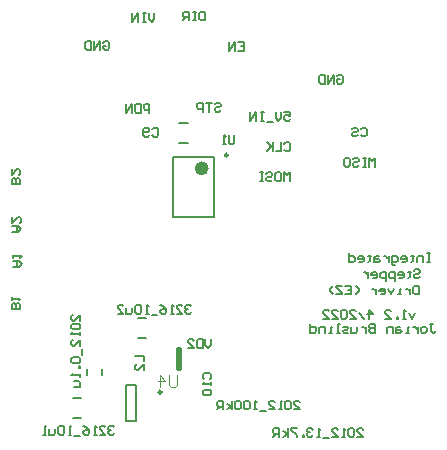
<source format=gbo>
G04*
G04 #@! TF.GenerationSoftware,Altium Limited,CircuitMaker,2.2.0 (2.2.0.5)*
G04*
G04 Layer_Color=13813960*
%FSLAX25Y25*%
%MOIN*%
G70*
G04*
G04 #@! TF.SameCoordinates,9A8D6191-CA6A-4FCB-8608-DBD58737C46A*
G04*
G04*
G04 #@! TF.FilePolarity,Positive*
G04*
G01*
G75*
%ADD10C,0.00787*%
%ADD11C,0.01000*%
%ADD12C,0.00394*%
%ADD14C,0.00591*%
%ADD39C,0.00984*%
%ADD65C,0.02362*%
D10*
X158071Y105610D02*
Y117618D01*
Y105610D02*
X161221D01*
Y117618D01*
X158071D02*
X161221D01*
X161868Y140020D02*
X164624D01*
X161868Y133327D02*
X164624D01*
X149803Y121161D02*
Y123130D01*
X144882Y121161D02*
Y123130D01*
X140256Y106791D02*
X143012D01*
X140256Y113484D02*
X143012D01*
X187106Y173819D02*
Y193898D01*
X173720Y173819D02*
Y193898D01*
X187106D01*
X173720Y173819D02*
X187106D01*
X175689Y205118D02*
X178445D01*
X175689Y198425D02*
X178445D01*
D11*
X175933Y123075D02*
Y130075D01*
X174933Y123075D02*
X175933D01*
X174933D02*
Y130075D01*
X175933D01*
D12*
X175032Y120964D02*
Y117684D01*
X174376Y117028D01*
X173064D01*
X172408Y117684D01*
Y120964D01*
X169128Y117028D02*
Y120964D01*
X171096Y118996D01*
X168472D01*
D14*
X150296Y231889D02*
X150788Y232381D01*
X151772D01*
X152264Y231889D01*
Y229921D01*
X151772Y229429D01*
X150788D01*
X150296Y229921D01*
Y230905D01*
X151280D01*
X149312Y229429D02*
Y232381D01*
X147344Y229429D01*
Y232381D01*
X146360D02*
Y229429D01*
X144884D01*
X144392Y229921D01*
Y231889D01*
X144884Y232381D01*
X146360D01*
X165748Y208465D02*
Y211416D01*
X164272D01*
X163780Y210924D01*
Y209941D01*
X164272Y209449D01*
X165748D01*
X162796Y211416D02*
Y208465D01*
X161320D01*
X160828Y208957D01*
Y210924D01*
X161320Y211416D01*
X162796D01*
X159844Y208465D02*
Y211416D01*
X157877Y208465D01*
Y211416D01*
X167421Y241731D02*
Y239763D01*
X166437Y238779D01*
X165453Y239763D01*
Y241731D01*
X164470D02*
X163486D01*
X163978D01*
Y238779D01*
X164470D01*
X163486D01*
X162010D02*
Y241731D01*
X160042Y238779D01*
Y241731D01*
X184252Y242224D02*
Y239272D01*
X182776D01*
X182284Y239764D01*
Y241732D01*
X182776Y242224D01*
X184252D01*
X181300D02*
X180316D01*
X180808D01*
Y239272D01*
X181300D01*
X180316D01*
X178840D02*
Y242224D01*
X177364D01*
X176873Y241732D01*
Y240748D01*
X177364Y240256D01*
X178840D01*
X177856D02*
X176873Y239272D01*
X195375Y232086D02*
X197343D01*
Y229134D01*
X195375D01*
X197343Y230610D02*
X196359D01*
X194391Y229134D02*
Y232086D01*
X192423Y229134D01*
Y232086D01*
X187501Y211318D02*
X187993Y211810D01*
X188977D01*
X189469Y211318D01*
Y210826D01*
X188977Y210334D01*
X187993D01*
X187501Y209842D01*
Y209350D01*
X187993Y208858D01*
X188977D01*
X189469Y209350D01*
X186517Y211810D02*
X184549D01*
X185533D01*
Y208858D01*
X183565D02*
Y211810D01*
X182089D01*
X181597Y211318D01*
Y210334D01*
X182089Y209842D01*
X183565D01*
X120177Y157185D02*
X122145D01*
X123129Y158169D01*
X122145Y159153D01*
X120177D01*
X121653D01*
Y157185D01*
X120177Y160137D02*
Y161121D01*
Y160629D01*
X123129D01*
X122637Y160137D01*
X120079Y168799D02*
X122047D01*
X123030Y169783D01*
X122047Y170767D01*
X120079D01*
X121555D01*
Y168799D01*
X120079Y173719D02*
Y171751D01*
X122047Y173719D01*
X122539D01*
X123030Y173227D01*
Y172243D01*
X122539Y171751D01*
X122735Y143012D02*
X119783D01*
Y144488D01*
X120275Y144980D01*
X120767D01*
X121259Y144488D01*
Y143012D01*
Y144488D01*
X121751Y144980D01*
X122243D01*
X122735Y144488D01*
Y143012D01*
X119783Y145964D02*
Y146948D01*
Y146456D01*
X122735D01*
X122243Y145964D01*
X122735Y184744D02*
X119783D01*
Y186220D01*
X120275Y186712D01*
X120767D01*
X121259Y186220D01*
Y184744D01*
Y186220D01*
X121751Y186712D01*
X122243D01*
X122735Y186220D01*
Y184744D01*
X119783Y189664D02*
Y187696D01*
X121751Y189664D01*
X122243D01*
X122735Y189172D01*
Y188188D01*
X122243Y187696D01*
X228249Y220669D02*
X228741Y221161D01*
X229725D01*
X230217Y220669D01*
Y218701D01*
X229725Y218209D01*
X228741D01*
X228249Y218701D01*
Y219685D01*
X229233D01*
X227265Y218209D02*
Y221161D01*
X225297Y218209D01*
Y221161D01*
X224313D02*
Y218209D01*
X222837D01*
X222345Y218701D01*
Y220669D01*
X222837Y221161D01*
X224313D01*
X210729Y208857D02*
X212697D01*
Y207381D01*
X211713Y207873D01*
X211221D01*
X210729Y207381D01*
Y206398D01*
X211221Y205906D01*
X212205D01*
X212697Y206398D01*
X209745Y208857D02*
Y206889D01*
X208761Y205906D01*
X207777Y206889D01*
Y208857D01*
X206793Y205414D02*
X204825D01*
X203841Y208857D02*
X202857D01*
X203349D01*
Y205906D01*
X203841D01*
X202857D01*
X201382D02*
Y208857D01*
X199414Y205906D01*
Y208857D01*
X236221Y203050D02*
X236713Y203542D01*
X237697D01*
X238189Y203050D01*
Y201082D01*
X237697Y200591D01*
X236713D01*
X236221Y201082D01*
X233269Y203050D02*
X233761Y203542D01*
X234745D01*
X235237Y203050D01*
Y202558D01*
X234745Y202066D01*
X233761D01*
X233269Y201574D01*
Y201082D01*
X233761Y200591D01*
X234745D01*
X235237Y201082D01*
X210729Y198129D02*
X211221Y198621D01*
X212205D01*
X212697Y198129D01*
Y196161D01*
X212205Y195669D01*
X211221D01*
X210729Y196161D01*
X209745Y198621D02*
Y195669D01*
X207777D01*
X206793Y198621D02*
Y195669D01*
Y196653D01*
X204825Y198621D01*
X206301Y197145D01*
X204825Y195669D01*
X240945Y190551D02*
Y193503D01*
X239961Y192519D01*
X238977Y193503D01*
Y190551D01*
X237993Y193503D02*
X237009D01*
X237501D01*
Y190551D01*
X237993D01*
X237009D01*
X233565Y193011D02*
X234057Y193503D01*
X235041D01*
X235533Y193011D01*
Y192519D01*
X235041Y192027D01*
X234057D01*
X233565Y191535D01*
Y191043D01*
X234057Y190551D01*
X235041D01*
X235533Y191043D01*
X231105Y193503D02*
X232089D01*
X232581Y193011D01*
Y191043D01*
X232089Y190551D01*
X231105D01*
X230613Y191043D01*
Y193011D01*
X231105Y193503D01*
X212598Y185728D02*
Y188680D01*
X211614Y187696D01*
X210631Y188680D01*
Y185728D01*
X208171Y188680D02*
X209155D01*
X209647Y188188D01*
Y186220D01*
X209155Y185728D01*
X208171D01*
X207679Y186220D01*
Y188188D01*
X208171Y188680D01*
X204727Y188188D02*
X205219Y188680D01*
X206203D01*
X206695Y188188D01*
Y187696D01*
X206203Y187204D01*
X205219D01*
X204727Y186712D01*
Y186220D01*
X205219Y185728D01*
X206203D01*
X206695Y186220D01*
X203743Y188680D02*
X202759D01*
X203251D01*
Y185728D01*
X203743D01*
X202759D01*
X259350Y161613D02*
X258366D01*
X258858D01*
Y158661D01*
X259350D01*
X258366D01*
X256891D02*
Y160629D01*
X255415D01*
X254923Y160137D01*
Y158661D01*
X253447Y161121D02*
Y160629D01*
X253939D01*
X252955D01*
X253447D01*
Y159153D01*
X252955Y158661D01*
X250003D02*
X250987D01*
X251479Y159153D01*
Y160137D01*
X250987Y160629D01*
X250003D01*
X249511Y160137D01*
Y159645D01*
X251479D01*
X247543Y157677D02*
X247051D01*
X246559Y158169D01*
Y160629D01*
X248035D01*
X248527Y160137D01*
Y159153D01*
X248035Y158661D01*
X246559D01*
X245575Y160629D02*
Y158661D01*
Y159645D01*
X245083Y160137D01*
X244591Y160629D01*
X244099D01*
X242131D02*
X241148D01*
X240656Y160137D01*
Y158661D01*
X242131D01*
X242623Y159153D01*
X242131Y159645D01*
X240656D01*
X239180Y161121D02*
Y160629D01*
X239672D01*
X238688D01*
X239180D01*
Y159153D01*
X238688Y158661D01*
X235736D02*
X236720D01*
X237212Y159153D01*
Y160137D01*
X236720Y160629D01*
X235736D01*
X235244Y160137D01*
Y159645D01*
X237212D01*
X232292Y161613D02*
Y158661D01*
X233768D01*
X234260Y159153D01*
Y160137D01*
X233768Y160629D01*
X232292D01*
X253938Y155806D02*
X254430Y156298D01*
X255414D01*
X255906Y155806D01*
Y155314D01*
X255414Y154822D01*
X254430D01*
X253938Y154330D01*
Y153838D01*
X254430Y153347D01*
X255414D01*
X255906Y153838D01*
X252462Y155806D02*
Y155314D01*
X252954D01*
X251970D01*
X252462D01*
Y153838D01*
X251970Y153347D01*
X249018D02*
X250002D01*
X250494Y153838D01*
Y154822D01*
X250002Y155314D01*
X249018D01*
X248526Y154822D01*
Y154330D01*
X250494D01*
X247542Y152363D02*
Y155314D01*
X246066D01*
X245574Y154822D01*
Y153838D01*
X246066Y153347D01*
X247542D01*
X244590Y152363D02*
Y155314D01*
X243114D01*
X242622Y154822D01*
Y153838D01*
X243114Y153347D01*
X244590D01*
X240162D02*
X241146D01*
X241638Y153838D01*
Y154822D01*
X241146Y155314D01*
X240162D01*
X239671Y154822D01*
Y154330D01*
X241638D01*
X238687Y155314D02*
Y153347D01*
Y154330D01*
X238195Y154822D01*
X237703Y155314D01*
X237211D01*
X255610Y150885D02*
Y147933D01*
X254134D01*
X253642Y148425D01*
Y150393D01*
X254134Y150885D01*
X255610D01*
X252658Y149901D02*
Y147933D01*
Y148917D01*
X252167Y149409D01*
X251675Y149901D01*
X251183D01*
X249707Y147933D02*
X248723D01*
X249215D01*
Y149901D01*
X249707D01*
X247247D02*
X246263Y147933D01*
X245279Y149901D01*
X242819Y147933D02*
X243803D01*
X244295Y148425D01*
Y149409D01*
X243803Y149901D01*
X242819D01*
X242327Y149409D01*
Y148917D01*
X244295D01*
X241343Y149901D02*
Y147933D01*
Y148917D01*
X240851Y149409D01*
X240359Y149901D01*
X239867D01*
X234456Y147933D02*
X235439Y148917D01*
Y149901D01*
X234456Y150885D01*
X231012D02*
X232980D01*
Y147933D01*
X231012D01*
X232980Y149409D02*
X231996D01*
X230028Y150885D02*
X228060D01*
Y150393D01*
X230028Y148425D01*
Y147933D01*
X228060D01*
X227076D02*
X226092Y148917D01*
Y149901D01*
X227076Y150885D01*
X254134Y141830D02*
X253150Y139862D01*
X252166Y141830D01*
X251182Y139862D02*
X250198D01*
X250690D01*
Y142814D01*
X251182Y142322D01*
X248722Y139862D02*
Y140354D01*
X248230D01*
Y139862D01*
X248722D01*
X244295D02*
X246262D01*
X244295Y141830D01*
Y142322D01*
X244787Y142814D01*
X245770D01*
X246262Y142322D01*
X238883Y139862D02*
Y142814D01*
X240359Y141338D01*
X238391D01*
X237407Y139862D02*
X235439Y141830D01*
X232487Y139862D02*
X234455D01*
X232487Y141830D01*
Y142322D01*
X232979Y142814D01*
X233963D01*
X234455Y142322D01*
X231503D02*
X231011Y142814D01*
X230027D01*
X229535Y142322D01*
Y140354D01*
X230027Y139862D01*
X231011D01*
X231503Y140354D01*
Y142322D01*
X226584Y139862D02*
X228552D01*
X226584Y141830D01*
Y142322D01*
X227076Y142814D01*
X228060D01*
X228552Y142322D01*
X223632Y139862D02*
X225600D01*
X223632Y141830D01*
Y142322D01*
X224124Y142814D01*
X225108D01*
X225600Y142322D01*
X259154Y138090D02*
X260138D01*
X259646D01*
Y135630D01*
X260138Y135138D01*
X260630D01*
X261122Y135630D01*
X257678Y135138D02*
X256694D01*
X256202Y135630D01*
Y136614D01*
X256694Y137106D01*
X257678D01*
X258170Y136614D01*
Y135630D01*
X257678Y135138D01*
X255218Y137106D02*
Y135138D01*
Y136122D01*
X254727Y136614D01*
X254235Y137106D01*
X253743D01*
X252267Y135138D02*
X251283D01*
X251775D01*
Y137106D01*
X252267D01*
X249315D02*
X248331D01*
X247839Y136614D01*
Y135138D01*
X249315D01*
X249807Y135630D01*
X249315Y136122D01*
X247839D01*
X246855Y135138D02*
Y137106D01*
X245379D01*
X244887Y136614D01*
Y135138D01*
X240951Y138090D02*
Y135138D01*
X239475D01*
X238983Y135630D01*
Y136122D01*
X239475Y136614D01*
X240951D01*
X239475D01*
X238983Y137106D01*
Y137598D01*
X239475Y138090D01*
X240951D01*
X238000Y137106D02*
Y135138D01*
Y136122D01*
X237508Y136614D01*
X237016Y137106D01*
X236524D01*
X235048D02*
Y135630D01*
X234556Y135138D01*
X233080D01*
Y137106D01*
X232096Y135138D02*
X230620D01*
X230128Y135630D01*
X230620Y136122D01*
X231604D01*
X232096Y136614D01*
X231604Y137106D01*
X230128D01*
X229144Y135138D02*
X228160D01*
X228652D01*
Y138090D01*
X229144D01*
X226684Y135138D02*
X225700D01*
X226192D01*
Y137106D01*
X226684D01*
X224224Y135138D02*
Y137106D01*
X222748D01*
X222257Y136614D01*
Y135138D01*
X219305Y138090D02*
Y135138D01*
X220781D01*
X221273Y135630D01*
Y136614D01*
X220781Y137106D01*
X219305D01*
X161024Y127558D02*
X163976D01*
Y125590D01*
Y122639D02*
Y124607D01*
X162008Y122639D01*
X161516D01*
X161024Y123131D01*
Y124115D01*
X161516Y124607D01*
X179720Y143947D02*
X179228Y144438D01*
X178245D01*
X177753Y143947D01*
Y143455D01*
X178245Y142963D01*
X178736D01*
X178245D01*
X177753Y142471D01*
Y141979D01*
X178245Y141487D01*
X179228D01*
X179720Y141979D01*
X174801Y141487D02*
X176769D01*
X174801Y143455D01*
Y143947D01*
X175293Y144438D01*
X176277D01*
X176769Y143947D01*
X173817Y141487D02*
X172833D01*
X173325D01*
Y144438D01*
X173817Y143947D01*
X169389Y144438D02*
X170373Y143947D01*
X171357Y142963D01*
Y141979D01*
X170865Y141487D01*
X169881D01*
X169389Y141979D01*
Y142471D01*
X169881Y142963D01*
X171357D01*
X168405Y140995D02*
X166437D01*
X165453Y141487D02*
X164469D01*
X164961D01*
Y144438D01*
X165453Y143947D01*
X162994D02*
X162502Y144438D01*
X161518D01*
X161026Y143947D01*
Y141979D01*
X161518Y141487D01*
X162502D01*
X162994Y141979D01*
Y143947D01*
X160042Y143455D02*
Y141979D01*
X159550Y141487D01*
X158074D01*
Y143455D01*
X155122Y141487D02*
X157090D01*
X155122Y143455D01*
Y143947D01*
X155614Y144438D01*
X156598D01*
X157090Y143947D01*
X154032Y103691D02*
X153540Y104183D01*
X152556D01*
X152064Y103691D01*
Y103199D01*
X152556Y102707D01*
X153048D01*
X152556D01*
X152064Y102215D01*
Y101723D01*
X152556Y101231D01*
X153540D01*
X154032Y101723D01*
X149112Y101231D02*
X151080D01*
X149112Y103199D01*
Y103691D01*
X149604Y104183D01*
X150588D01*
X151080Y103691D01*
X148128Y101231D02*
X147144D01*
X147636D01*
Y104183D01*
X148128Y103691D01*
X143700Y104183D02*
X144684Y103691D01*
X145668Y102707D01*
Y101723D01*
X145176Y101231D01*
X144192D01*
X143700Y101723D01*
Y102215D01*
X144192Y102707D01*
X145668D01*
X142716Y100739D02*
X140749D01*
X139765Y101231D02*
X138781D01*
X139273D01*
Y104183D01*
X139765Y103691D01*
X137305D02*
X136813Y104183D01*
X135829D01*
X135337Y103691D01*
Y101723D01*
X135829Y101231D01*
X136813D01*
X137305Y101723D01*
Y103691D01*
X134353Y103199D02*
Y101723D01*
X133861Y101231D01*
X132385D01*
Y103199D01*
X131401Y101231D02*
X130417D01*
X130909D01*
Y104183D01*
X131401Y103691D01*
X213874Y109597D02*
X215842D01*
X213874Y111565D01*
Y112057D01*
X214366Y112549D01*
X215350D01*
X215842Y112057D01*
X212890D02*
X212398Y112549D01*
X211414D01*
X210922Y112057D01*
Y110089D01*
X211414Y109597D01*
X212398D01*
X212890Y110089D01*
Y112057D01*
X209938Y109597D02*
X208955D01*
X209447D01*
Y112549D01*
X209938Y112057D01*
X205511Y109597D02*
X207479D01*
X205511Y111565D01*
Y112057D01*
X206003Y112549D01*
X206987D01*
X207479Y112057D01*
X204527Y109105D02*
X202559D01*
X201575Y109597D02*
X200591D01*
X201083D01*
Y112549D01*
X201575Y112057D01*
X199115D02*
X198623Y112549D01*
X197639D01*
X197147Y112057D01*
Y110089D01*
X197639Y109597D01*
X198623D01*
X199115Y110089D01*
Y112057D01*
X196163D02*
X195671Y112549D01*
X194687D01*
X194195Y112057D01*
Y110089D01*
X194687Y109597D01*
X195671D01*
X196163Y110089D01*
Y112057D01*
X193211Y109597D02*
Y112549D01*
Y110581D02*
X191736Y111565D01*
X193211Y110581D02*
X191736Y109597D01*
X190260D02*
Y112549D01*
X188784D01*
X188292Y112057D01*
Y111073D01*
X188784Y110581D01*
X190260D01*
X189276D02*
X188292Y109597D01*
X234986Y100443D02*
X236954D01*
X234986Y102411D01*
Y102903D01*
X235478Y103395D01*
X236462D01*
X236954Y102903D01*
X234002D02*
X233510Y103395D01*
X232526D01*
X232034Y102903D01*
Y100935D01*
X232526Y100443D01*
X233510D01*
X234002Y100935D01*
Y102903D01*
X231050Y100443D02*
X230066D01*
X230558D01*
Y103395D01*
X231050Y102903D01*
X226623Y100443D02*
X228590D01*
X226623Y102411D01*
Y102903D01*
X227115Y103395D01*
X228098D01*
X228590Y102903D01*
X225639Y99951D02*
X223671D01*
X222687Y100443D02*
X221703D01*
X222195D01*
Y103395D01*
X222687Y102903D01*
X220227D02*
X219735Y103395D01*
X218751D01*
X218259Y102903D01*
Y102411D01*
X218751Y101919D01*
X219243D01*
X218751D01*
X218259Y101427D01*
Y100935D01*
X218751Y100443D01*
X219735D01*
X220227Y100935D01*
X217275Y100443D02*
Y100935D01*
X216783D01*
Y100443D01*
X217275D01*
X214815Y103395D02*
X212847D01*
Y102903D01*
X214815Y100935D01*
Y100443D01*
X211863D02*
Y103395D01*
Y101427D02*
X210388Y102411D01*
X211863Y101427D02*
X210388Y100443D01*
X208912D02*
Y103395D01*
X207436D01*
X206944Y102903D01*
Y101919D01*
X207436Y101427D01*
X208912D01*
X207928D02*
X206944Y100443D01*
X142679Y139219D02*
Y141187D01*
X140711Y139219D01*
X140219D01*
X139727Y139711D01*
Y140695D01*
X140219Y141187D01*
Y138235D02*
X139727Y137743D01*
Y136759D01*
X140219Y136267D01*
X142187D01*
X142679Y136759D01*
Y137743D01*
X142187Y138235D01*
X140219D01*
X142679Y135284D02*
Y134300D01*
Y134792D01*
X139727D01*
X140219Y135284D01*
X142679Y130856D02*
Y132824D01*
X140711Y130856D01*
X140219D01*
X139727Y131348D01*
Y132332D01*
X140219Y132824D01*
X143171Y129872D02*
Y127904D01*
X140219Y126920D02*
X139727Y126428D01*
Y125444D01*
X140219Y124952D01*
X142187D01*
X142679Y125444D01*
Y126428D01*
X142187Y126920D01*
X140219D01*
X142679Y123968D02*
X142187D01*
Y123476D01*
X142679D01*
Y123968D01*
Y121508D02*
Y120525D01*
Y121017D01*
X139727D01*
X140219Y121508D01*
X140711Y119049D02*
X142187D01*
X142679Y118557D01*
Y117081D01*
X140711D01*
X194100Y200952D02*
Y198492D01*
X193608Y198000D01*
X192624D01*
X192132Y198492D01*
Y200952D01*
X191148Y198000D02*
X190164D01*
X190656D01*
Y200952D01*
X191148Y200460D01*
X166635Y202952D02*
X167127Y203444D01*
X168110D01*
X168602Y202952D01*
Y200984D01*
X168110Y200492D01*
X167127D01*
X166635Y200984D01*
X165650D02*
X165159Y200492D01*
X164175D01*
X163683Y200984D01*
Y202952D01*
X164175Y203444D01*
X165159D01*
X165650Y202952D01*
Y202460D01*
X165159Y201968D01*
X163683D01*
X183938Y119686D02*
X183446Y120177D01*
Y121161D01*
X183938Y121653D01*
X185906D01*
X186398Y121161D01*
Y120177D01*
X185906Y119686D01*
X186398Y118702D02*
Y117718D01*
Y118210D01*
X183446D01*
X183938Y118702D01*
Y116242D02*
X183446Y115750D01*
Y114766D01*
X183938Y114274D01*
X185906D01*
X186398Y114766D01*
Y115750D01*
X185906Y116242D01*
X183938D01*
X186398Y133027D02*
Y131059D01*
X185414Y130075D01*
X184430Y131059D01*
Y133027D01*
X183446D02*
Y130075D01*
X181970D01*
X181478Y130567D01*
Y132535D01*
X181970Y133027D01*
X183446D01*
X178526Y130075D02*
X180494D01*
X178526Y132043D01*
Y132535D01*
X179018Y133027D01*
X180002D01*
X180494Y132535D01*
D39*
X169783Y115354D02*
G03*
X169783Y115354I-492J0D01*
G01*
X191929Y194390D02*
G03*
X191929Y194390I-492J0D01*
G01*
D65*
X184350Y189961D02*
G03*
X184350Y189961I-1181J0D01*
G01*
M02*

</source>
